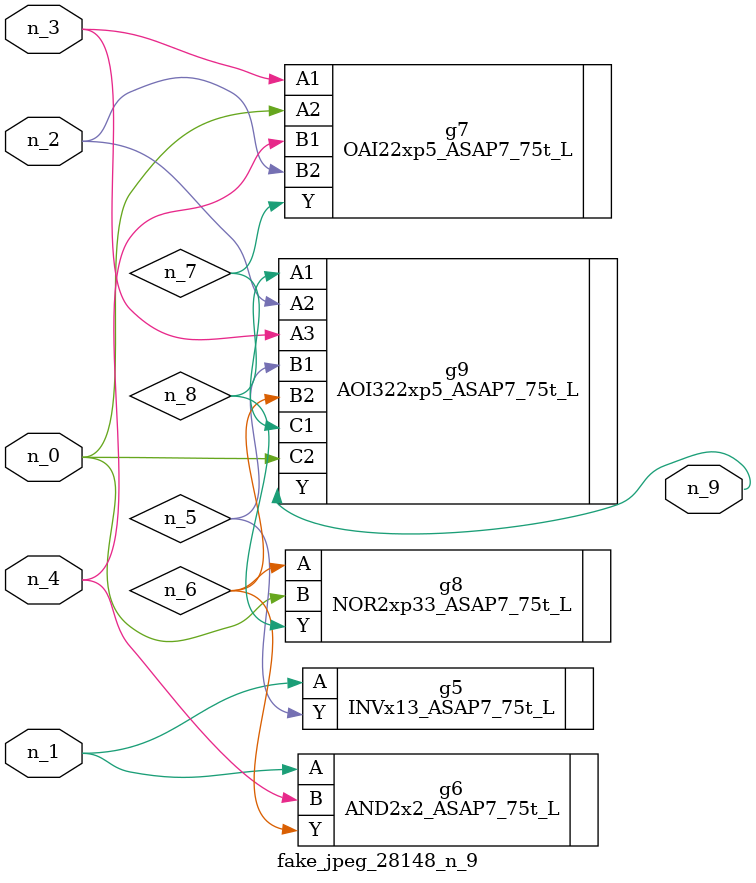
<source format=v>
module fake_jpeg_28148_n_9 (n_3, n_2, n_1, n_0, n_4, n_9);

input n_3;
input n_2;
input n_1;
input n_0;
input n_4;

output n_9;

wire n_8;
wire n_6;
wire n_5;
wire n_7;

INVx13_ASAP7_75t_L g5 ( 
.A(n_1),
.Y(n_5)
);

AND2x2_ASAP7_75t_L g6 ( 
.A(n_1),
.B(n_4),
.Y(n_6)
);

OAI22xp5_ASAP7_75t_L g7 ( 
.A1(n_3),
.A2(n_0),
.B1(n_4),
.B2(n_2),
.Y(n_7)
);

NOR2xp33_ASAP7_75t_L g8 ( 
.A(n_6),
.B(n_0),
.Y(n_8)
);

AOI322xp5_ASAP7_75t_L g9 ( 
.A1(n_8),
.A2(n_2),
.A3(n_3),
.B1(n_5),
.B2(n_6),
.C1(n_7),
.C2(n_0),
.Y(n_9)
);


endmodule
</source>
